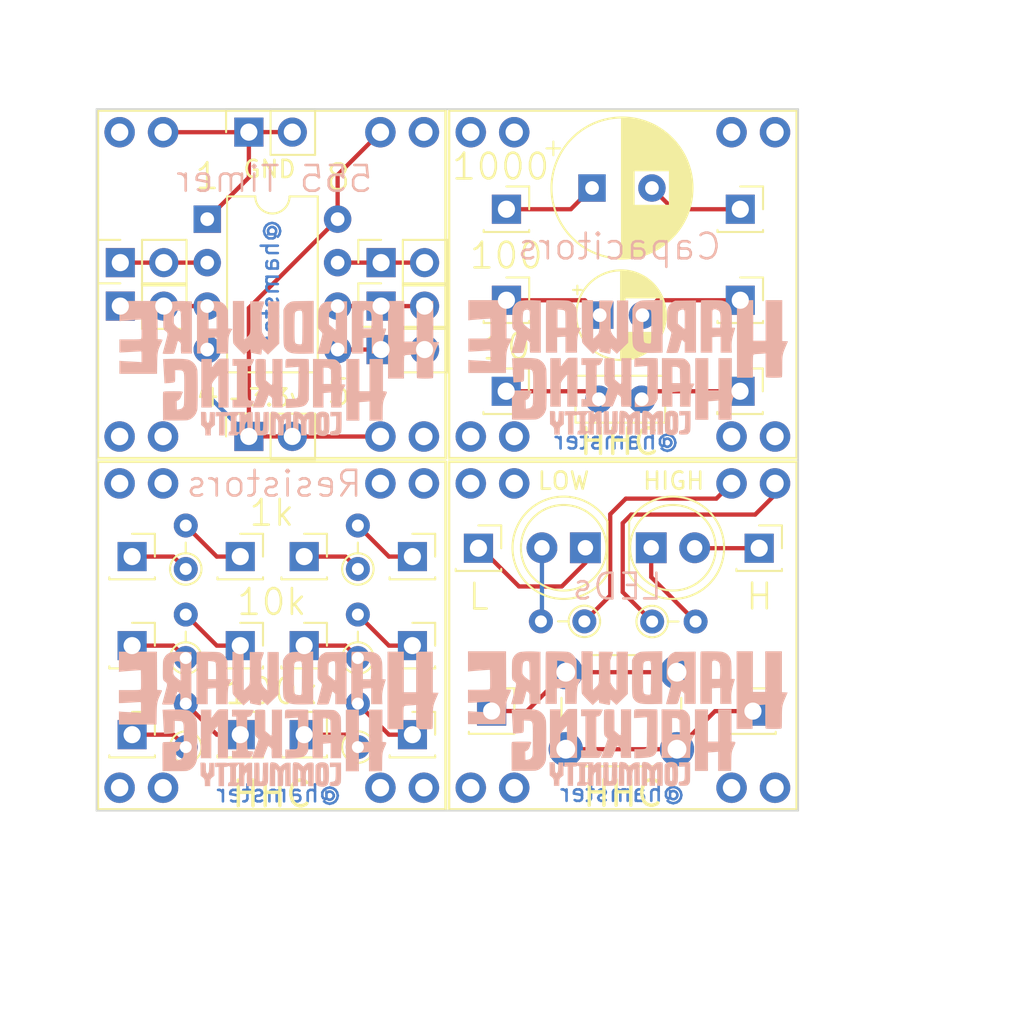
<source format=kicad_pcb>
(kicad_pcb (version 20211014) (generator pcbnew)
  (title_block (title "SAINTCON HHC MiniBadges 2022") (date "2022-09-26") (rev "v1.0") (company "@hamster"))
  (layers (0 "F.Cu" signal) (31 "B.Cu" signal) (34 "B.Paste" user) (35 "F.Paste" user) (36 "B.SilkS" user "B.Silkscreen") (37 "F.SilkS" user "F.Silkscreen") (38 "B.Mask" user) (39 "F.Mask" user) (44 "Edge.Cuts" user))
  (net 0 "")
  (net 1 "Net-(C1-Pad1)")
  (net 2 "Net-(C1-Pad2)")
  (net 3 "Net-(C2-Pad1)")
  (net 4 "Net-(C2-Pad2)")
  (net 5 "Net-(C3-Pad1)")
  (net 6 "Net-(C3-Pad2)")
  (net 7 "Net-(D1-Pad1)")
  (net 8 "Net-(D1-Pad2)")
  (net 9 "Net-(D2-Pad1)")
  (net 10 "Net-(D2-Pad2)")
  (net 11 "Net-(J1-Pad1)")
  (net 12 "Net-(J2-Pad1)")
  (net 13 "Net-(J3-Pad1)")
  (net 14 "Net-(J4-Pad1)")
  (net 15 "Net-(J5-Pad1)")
  (net 16 "Net-(J12-Pad1)")
  (net 17 "Net-(J13-Pad1)")
  (net 18 "Net-(J14-Pad1)")
  (net 19 "Net-(J15-Pad1)")
  (net 20 "Net-(J16-Pad1)")
  (net 21 "Net-(J17-Pad1)")
  (net 22 "Net-(J18-Pad1)")
  (net 23 "Net-(J19-Pad1)")
  (net 24 "Net-(J20-Pad1)")
  (net 25 "Net-(J21-Pad1)")
  (net 26 "Net-(J22-Pad1)")
  (net 27 "Net-(J23-Pad1)")
  (net 28 "Net-(J24-Pad1)")
  (net 29 "Net-(J25-Pad1)")
  (net 30 "+3.3V")
  (net 31 "GND")
  (footprint "Capacitor_THT:C_Disc_D5.0mm_W2.5mm_P2.50mm" (layer "F.Cu") (at 147.41 81.41)
    (fp_text reference "C3" hide)
    (fp_text value "10uF")
    (pad "1" thru_hole circle (at 0 0) (size 1.6 1.6) (drill 0.8) (layers *.Cu *.Mask) (net 5 "Net-(C3-Pad1)"))
    (pad "2" thru_hole circle (at 2.5 0) (size 1.6 1.6) (drill 0.8) (layers *.Cu *.Mask) (net 6 "Net-(C3-Pad2)"))
  )
  (footprint "Resistor_THT:R_Axial_DIN0204_L3.6mm_D1.6mm_P2.54mm_Vertical" (layer "F.Cu") (at 150.52 94.4)
    (fp_text reference "R8" hide)
    (fp_text value "100R")
    (pad "1" thru_hole circle (at 0 0) (size 1.4 1.4) (drill 0.7) (layers *.Cu *.Mask) (net 31 "GND"))
    (pad "2" thru_hole oval (at 2.54 0) (size 1.4 1.4) (drill 0.7) (layers *.Cu *.Mask) (net 9 "Net-(D2-Pad1)"))
  )
  (footprint "Connector_PinSocket_2.54mm:PinSocket_1x02_P2.54mm_Vertical" (layer "F.Cu") (at 126.9525 83.585 90)
    (fp_text reference "J28" hide)
    (fp_text value "Conn_01x02_Female")
    (pad "1" thru_hole rect (at 0 0 90) (size 1.7 1.7) (drill 1) (layers *.Cu *.Mask) (net 30 "+3.3V"))
    (pad "2" thru_hole oval (at 0 2.54 90) (size 1.7 1.7) (drill 1) (layers *.Cu *.Mask) (net 30 "+3.3V"))
  )
  (footprint "Resistor_THT:R_Axial_DIN0204_L3.6mm_D1.6mm_P2.54mm_Vertical" (layer "F.Cu") (at 133.3225 96.5325 90)
    (fp_text reference "R2" hide)
    (fp_text value "10k")
    (pad "1" thru_hole circle (at 0 0 90) (size 1.4 1.4) (drill 0.7) (layers *.Cu *.Mask) (net 17 "Net-(J13-Pad1)"))
    (pad "2" thru_hole oval (at 2.54 0 90) (size 1.4 1.4) (drill 0.7) (layers *.Cu *.Mask) (net 20 "Net-(J16-Pad1)"))
  )
  (footprint "Resistor_THT:R_Axial_DIN0204_L3.6mm_D1.6mm_P2.54mm_Vertical" (layer "F.Cu") (at 123.265278 96.5325 90)
    (fp_text reference "R5" hide)
    (fp_text value "10k")
    (pad "1" thru_hole circle (at 0 0 90) (size 1.4 1.4) (drill 0.7) (layers *.Cu *.Mask) (net 23 "Net-(J19-Pad1)"))
    (pad "2" thru_hole oval (at 2.54 0 90) (size 1.4 1.4) (drill 0.7) (layers *.Cu *.Mask) (net 26 "Net-(J22-Pad1)"))
  )
  (footprint "Connector_PinSocket_2.54mm:PinSocket_1x01_P2.54mm_Vertical" (layer "F.Cu") (at 126.45 101.01)
    (fp_text reference "J21" hide)
    (fp_text value "Conn_01x01_Female")
    (pad "1" thru_hole rect (at 0 0) (size 1.7 1.7) (drill 1) (layers *.Cu *.Mask) (net 25 "Net-(J21-Pad1)"))
  )
  (footprint "Connector_PinSocket_2.54mm:PinSocket_1x01_P2.54mm_Vertical" (layer "F.Cu") (at 136.51 90.605)
    (fp_text reference "J23" hide)
    (fp_text value "Conn_01x01_Female")
    (pad "1" thru_hole rect (at 0 0) (size 1.7 1.7) (drill 1) (layers *.Cu *.Mask) (net 27 "Net-(J23-Pad1)"))
  )
  (footprint "Resistor_THT:R_Axial_DIN0204_L3.6mm_D1.6mm_P2.54mm_Vertical" (layer "F.Cu") (at 133.3225 101.735 90)
    (fp_text reference "R1" hide)
    (fp_text value "100k")
    (pad "1" thru_hole circle (at 0 0 90) (size 1.4 1.4) (drill 0.7) (layers *.Cu *.Mask) (net 16 "Net-(J12-Pad1)"))
    (pad "2" thru_hole oval (at 2.54 0 90) (size 1.4 1.4) (drill 0.7) (layers *.Cu *.Mask) (net 19 "Net-(J15-Pad1)"))
  )
  (footprint "Connector_PinSocket_2.54mm:PinSocket_1x01_P2.54mm_Vertical" (layer "F.Cu") (at 126.45 90.605)
    (fp_text reference "J17" hide)
    (fp_text value "Conn_01x01_Female")
    (pad "1" thru_hole rect (at 0 0) (size 1.7 1.7) (drill 1) (layers *.Cu *.Mask) (net 21 "Net-(J17-Pad1)"))
  )
  (footprint "Connector_PinSocket_2.54mm:PinSocket_1x01_P2.54mm_Vertical" (layer "F.Cu") (at 141.14 99.63)
    (fp_text reference "J24" hide)
    (fp_text value "Conn_01x01_Female")
    (pad "1" thru_hole rect (at 0 0) (size 1.7 1.7) (drill 1) (layers *.Cu *.Mask) (net 28 "Net-(J24-Pad1)"))
  )
  (footprint "Connector_PinSocket_2.54mm:PinSocket_1x01_P2.54mm_Vertical" (layer "F.Cu") (at 120.130278 95.8075)
    (fp_text reference "J19" hide)
    (fp_text value "Conn_01x01_Female")
    (pad "1" thru_hole rect (at 0 0) (size 1.7 1.7) (drill 1) (layers *.Cu *.Mask) (net 23 "Net-(J19-Pad1)"))
  )
  (footprint "Connector_PinSocket_2.54mm:PinSocket_1x01_P2.54mm_Vertical" (layer "F.Cu") (at 156.775 90.115)
    (fp_text reference "J27" hide)
    (fp_text value "Conn_01x01_Female")
    (pad "1" thru_hole rect (at 0 0) (size 1.7 1.7) (drill 1) (layers *.Cu *.Mask) (net 10 "Net-(D2-Pad2)"))
  )
  (footprint "Connector_PinSocket_2.54mm:PinSocket_1x02_P2.54mm_Vertical" (layer "F.Cu") (at 134.68 73.43 90)
    (fp_text reference "J4" hide)
    (fp_text value "Conn_01x02_Female")
    (pad "1" thru_hole rect (at 0 0 90) (size 1.7 1.7) (drill 1) (layers *.Cu *.Mask) (net 14 "Net-(J4-Pad1)"))
    (pad "2" thru_hole oval (at 0 2.54 90) (size 1.7 1.7) (drill 1) (layers *.Cu *.Mask) (net 14 "Net-(J4-Pad1)"))
  )
  (footprint "Capacitor_THT:CP_Radial_D5.0mm_P2.50mm" (layer "F.Cu") (at 147.454888 76.5)
    (fp_text reference "C2" hide)
    (fp_text value "100uF")
    (pad "1" thru_hole rect (at 0 0) (size 1.6 1.6) (drill 0.8) (layers *.Cu *.Mask) (net 3 "Net-(C2-Pad1)"))
    (pad "2" thru_hole circle (at 2.5 0) (size 1.6 1.6) (drill 0.8) (layers *.Cu *.Mask) (net 4 "Net-(C2-Pad2)"))
  )
  (footprint "Connector_PinSocket_2.54mm:PinSocket_1x01_P2.54mm_Vertical" (layer "F.Cu") (at 136.51 101.01)
    (fp_text reference "J15" hide)
    (fp_text value "Conn_01x01_Female")
    (pad "1" thru_hole rect (at 0 0) (size 1.7 1.7) (drill 1) (layers *.Cu *.Mask) (net 19 "Net-(J15-Pad1)"))
  )
  (footprint "Connector_PinSocket_2.54mm:PinSocket_1x01_P2.54mm_Vertical" (layer "F.Cu") (at 141.99 80.945)
    (fp_text reference "J8" hide)
    (fp_text value "Conn_01x01_Female")
    (pad "1" thru_hole rect (at 0 0) (size 1.7 1.7) (drill 1) (layers *.Cu *.Mask) (net 5 "Net-(C3-Pad1)"))
  )
  (footprint "Connector_PinSocket_2.54mm:PinSocket_1x01_P2.54mm_Vertical" (layer "F.Cu") (at 130.185 90.605)
    (fp_text reference "J20" hide)
    (fp_text value "Conn_01x01_Female")
    (pad "1" thru_hole rect (at 0 0) (size 1.7 1.7) (drill 1) (layers *.Cu *.Mask) (net 24 "Net-(J20-Pad1)"))
  )
  (footprint "Resistor_THT:R_Axial_DIN0204_L3.6mm_D1.6mm_P2.54mm_Vertical" (layer "F.Cu") (at 133.3225 91.33 90)
    (fp_text reference "R6" hide)
    (fp_text value "1k")
    (pad "1" thru_hole circle (at 0 0 90) (size 1.4 1.4) (drill 0.7) (layers *.Cu *.Mask) (net 24 "Net-(J20-Pad1)"))
    (pad "2" thru_hole oval (at 2.54 0 90) (size 1.4 1.4) (drill 0.7) (layers *.Cu *.Mask) (net 27 "Net-(J23-Pad1)"))
  )
  (footprint "Resistor_THT:R_Axial_DIN0204_L3.6mm_D1.6mm_P2.54mm_Vertical" (layer "F.Cu") (at 146.56 94.39 180)
    (fp_text reference "R7" hide)
    (fp_text value "100R")
    (pad "1" thru_hole circle (at 0 0 180) (size 1.4 1.4) (drill 0.7) (layers *.Cu *.Mask) (net 30 "+3.3V"))
    (pad "2" thru_hole oval (at 2.54 0 180) (size 1.4 1.4) (drill 0.7) (layers *.Cu *.Mask) (net 8 "Net-(D1-Pad2)"))
  )
  (footprint "Connector_PinSocket_2.54mm:PinSocket_1x02_P2.54mm_Vertical" (layer "F.Cu") (at 134.68 78.51 90)
    (fp_text reference "J2" hide)
    (fp_text value "Conn_01x02_Female")
    (pad "1" thru_hole rect (at 0 0 90) (size 1.7 1.7) (drill 1) (layers *.Cu *.Mask) (net 12 "Net-(J2-Pad1)"))
    (pad "2" thru_hole oval (at 0 2.54 90) (size 1.7 1.7) (drill 1) (layers *.Cu *.Mask) (net 12 "Net-(J2-Pad1)"))
  )
  (footprint "Connector_PinSocket_2.54mm:PinSocket_1x01_P2.54mm_Vertical" (layer "F.Cu") (at 155.655 80.945)
    (fp_text reference "J11" hide)
    (fp_text value "Conn_01x01_Female")
    (pad "1" thru_hole rect (at 0 0) (size 1.7 1.7) (drill 1) (layers *.Cu *.Mask) (net 6 "Net-(C3-Pad2)"))
  )
  (footprint "Connector_PinSocket_2.54mm:PinSocket_1x01_P2.54mm_Vertical" (layer "F.Cu") (at 136.51 95.8075)
    (fp_text reference "J16" hide)
    (fp_text value "Conn_01x01_Female")
    (pad "1" thru_hole rect (at 0 0) (size 1.7 1.7) (drill 1) (layers *.Cu *.Mask) (net 20 "Net-(J16-Pad1)"))
  )
  (footprint "minibadge_kicad:SAINTCON-Minibadge-PowerOnly-Silk" (layer "F.Cu") (at 118.13 85.06)
    (fp_text reference "U4" hide)
    (fp_text value "SAINTCON-Minibadge")
    (pad "1" thru_hole circle locked (at 1.27 1.27 90) (size 1.778 1.778) (drill 1.016) (layers *.Cu *.Mask))
    (pad "2" thru_hole circle locked (at 3.81 1.27 90) (size 1.778 1.778) (drill 1.016) (layers *.Cu *.Mask))
    (pad "7" thru_hole circle locked (at 16.51 1.27 90) (size 1.778 1.778) (drill 1.016) (layers *.Cu *.Mask))
    (pad "8" thru_hole circle locked (at 19.05 1.27 90) (size 1.778 1.778) (drill 1.016) (layers *.Cu *.Mask))
    (pad "9" thru_hole circle locked (at 1.27 19.05 90) (size 1.778 1.778) (drill 1.016) (layers *.Cu *.Mask))
    (pad "10" thru_hole circle locked (at 3.81 19.05 90) (size 1.778 1.778) (drill 1.016) (layers *.Cu *.Mask))
    (pad "15" thru_hole circle locked (at 16.51 19.05 90) (size 1.778 1.778) (drill 1.016) (layers *.Cu *.Mask))
    (pad "16" thru_hole circle locked (at 19.05 19.05 90) (size 1.778 1.778) (drill 1.016) (layers *.Cu *.Mask))
  )
  (footprint "minibadge_kicad:SAINTCON-Minibadge-PowerOnly-Silk" (layer "F.Cu") (at 138.65 85.06)
    (fp_text reference "U3" hide)
    (fp_text value "SAINTCON-Minibadge")
    (pad "1" thru_hole circle locked (at 1.27 1.27 90) (size 1.778 1.778) (drill 1.016) (layers *.Cu *.Mask))
    (pad "2" thru_hole circle locked (at 3.81 1.27 90) (size 1.778 1.778) (drill 1.016) (layers *.Cu *.Mask))
    (pad "7" thru_hole circle locked (at 16.51 1.27 90) (size 1.778 1.778) (drill 1.016) (layers *.Cu *.Mask) (net 30 "+3.3V"))
    (pad "8" thru_hole circle locked (at 19.05 1.27 90) (size 1.778 1.778) (drill 1.016) (layers *.Cu *.Mask) (net 31 "GND"))
    (pad "9" thru_hole circle locked (at 1.27 19.05 90) (size 1.778 1.778) (drill 1.016) (layers *.Cu *.Mask))
    (pad "10" thru_hole circle locked (at 3.81 19.05 90) (size 1.778 1.778) (drill 1.016) (layers *.Cu *.Mask))
    (pad "15" thru_hole circle locked (at 16.51 19.05 90) (size 1.778 1.778) (drill 1.016) (layers *.Cu *.Mask))
    (pad "16" thru_hole circle locked (at 19.05 19.05 90) (size 1.778 1.778) (drill 1.016) (layers *.Cu *.Mask))
  )
  (footprint "LED_THT:LED_D5.0mm" (layer "F.Cu") (at 146.62 90.09 180)
    (fp_text reference "D1" hide)
    (fp_text value "LED")
    (pad "1" thru_hole rect (at 0 0 180) (size 1.8 1.8) (drill 0.9) (layers *.Cu *.Mask) (net 7 "Net-(D1-Pad1)"))
    (pad "2" thru_hole circle (at 2.54 0 180) (size 1.8 1.8) (drill 0.9) (layers *.Cu *.Mask) (net 8 "Net-(D1-Pad2)"))
  )
  (footprint "Resistor_THT:R_Axial_DIN0204_L3.6mm_D1.6mm_P2.54mm_Vertical" (layer "F.Cu") (at 123.265278 91.33 90)
    (fp_text reference "R3" hide)
    (fp_text value "1k")
    (pad "1" thru_hole circle (at 0 0 90) (size 1.4 1.4) (drill 0.7) (layers *.Cu *.Mask) (net 18 "Net-(J14-Pad1)"))
    (pad "2" thru_hole oval (at 2.54 0 90) (size 1.4 1.4) (drill 0.7) (layers *.Cu *.Mask) (net 21 "Net-(J17-Pad1)"))
  )
  (footprint "Connector_PinSocket_2.54mm:PinSocket_1x01_P2.54mm_Vertical" (layer "F.Cu") (at 142.005 75.6275)
    (fp_text reference "J7" hide)
    (fp_text value "Conn_01x01_Female")
    (pad "1" thru_hole rect (at 0 0) (size 1.7 1.7) (drill 1) (layers *.Cu *.Mask) (net 3 "Net-(C2-Pad1)"))
  )
  (footprint "Connector_PinSocket_2.54mm:PinSocket_1x01_P2.54mm_Vertical" (layer "F.Cu") (at 120.130278 101.01)
    (fp_text reference "J18" hide)
    (fp_text value "Conn_01x01_Female")
    (pad "1" thru_hole rect (at 0 0) (size 1.7 1.7) (drill 1) (layers *.Cu *.Mask) (net 22 "Net-(J18-Pad1)"))
  )
  (footprint "Button_Switch_THT:SW_PUSH_6mm_H7.3mm" (layer "F.Cu") (at 145.4725 97.36)
    (fp_text reference "SW1" hide)
    (fp_text value "SW_Push")
    (pad "1" thru_hole circle (at 6.5 0 90) (size 2 2) (drill 1.1) (layers *.Cu *.Mask) (net 28 "Net-(J24-Pad1)"))
    (pad "1" thru_hole circle (at 0 0 90) (size 2 2) (drill 1.1) (layers *.Cu *.Mask) (net 28 "Net-(J24-Pad1)"))
    (pad "2" thru_hole circle (at 6.5 4.5 90) (size 2 2) (drill 1.1) (layers *.Cu *.Mask) (net 29 "Net-(J25-Pad1)"))
    (pad "2" thru_hole circle (at 0 4.5 90) (size 2 2) (drill 1.1) (layers *.Cu *.Mask) (net 29 "Net-(J25-Pad1)"))
  )
  (footprint "Connector_PinSocket_2.54mm:PinSocket_1x01_P2.54mm_Vertical" (layer "F.Cu") (at 130.185 95.8075)
    (fp_text reference "J13" hide)
    (fp_text value "Conn_01x01_Female")
    (pad "1" thru_hole rect (at 0 0) (size 1.7 1.7) (drill 1) (layers *.Cu *.Mask) (net 17 "Net-(J13-Pad1)"))
  )
  (footprint "minibadge_kicad:SAINTCON-Minibadge-PowerOnly-Silk" (layer "F.Cu") (at 138.65 64.54)
    (fp_text reference "U5" hide)
    (fp_text value "SAINTCON-Minibadge")
    (pad "1" thru_hole circle locked (at 1.27 1.27 90) (size 1.778 1.778) (drill 1.016) (layers *.Cu *.Mask))
    (pad "2" thru_hole circle locked (at 3.81 1.27 90) (size 1.778 1.778) (drill 1.016) (layers *.Cu *.Mask))
    (pad "7" thru_hole circle locked (at 16.51 1.27 90) (size 1.778 1.778) (drill 1.016) (layers *.Cu *.Mask))
    (pad "8" thru_hole circle locked (at 19.05 1.27 90) (size 1.778 1.778) (drill 1.016) (layers *.Cu *.Mask))
    (pad "9" thru_hole circle locked (at 1.27 19.05 90) (size 1.778 1.778) (drill 1.016) (layers *.Cu *.Mask))
    (pad "10" thru_hole circle locked (at 3.81 19.05 90) (size 1.778 1.778) (drill 1.016) (layers *.Cu *.Mask))
    (pad "15" thru_hole circle locked (at 16.51 19.05 90) (size 1.778 1.778) (drill 1.016) (layers *.Cu *.Mask))
    (pad "16" thru_hole circle locked (at 19.05 19.05 90) (size 1.778 1.778) (drill 1.016) (layers *.Cu *.Mask))
  )
  (footprint "Connector_PinSocket_2.54mm:PinSocket_1x01_P2.54mm_Vertical" (layer "F.Cu") (at 142.005 70.31)
    (fp_text reference "J6" hide)
    (fp_text value "Conn_01x01_Female")
    (pad "1" thru_hole rect (at 0 0) (size 1.7 1.7) (drill 1) (layers *.Cu *.Mask) (net 1 "Net-(C1-Pad1)"))
  )
  (footprint "Connector_PinSocket_2.54mm:PinSocket_1x01_P2.54mm_Vertical" (layer "F.Cu") (at 126.45 95.8075)
    (fp_text reference "J22" hide)
    (fp_text value "Conn_01x01_Female")
    (pad "1" thru_hole rect (at 0 0) (size 1.7 1.7) (drill 1) (layers *.Cu *.Mask) (net 26 "Net-(J22-Pad1)"))
  )
  (footprint "minibadge_kicad:SAINTCON-Minibadge-PowerOnly-Silk" (layer "F.Cu") (at 118.13 64.54)
    (fp_text reference "U2" hide)
    (fp_text value "SAINTCON-Minibadge")
    (pad "1" thru_hole circle locked (at 1.27 1.27 90) (size 1.778 1.778) (drill 1.016) (layers *.Cu *.Mask))
    (pad "2" thru_hole circle locked (at 3.81 1.27 90) (size 1.778 1.778) (drill 1.016) (layers *.Cu *.Mask) (net 31 "GND"))
    (pad "7" thru_hole circle locked (at 16.51 1.27 90) (size 1.778 1.778) (drill 1.016) (layers *.Cu *.Mask) (net 30 "+3.3V"))
    (pad "8" thru_hole circle locked (at 19.05 1.27 90) (size 1.778 1.778) (drill 1.016) (layers *.Cu *.Mask))
    (pad "9" thru_hole circle locked (at 1.27 19.05 90) (size 1.778 1.778) (drill 1.016) (layers *.Cu *.Mask))
    (pad "10" thru_hole circle locked (at 3.81 19.05 90) (size 1.778 1.778) (drill 1.016) (layers *.Cu *.Mask))
    (pad "15" thru_hole circle locked (at 16.51 19.05 90) (size 1.778 1.778) (drill 1.016) (layers *.Cu *.Mask) (net 30 "+3.3V"))
    (pad "16" thru_hole circle locked (at 19.05 19.05 90) (size 1.778 1.778) (drill 1.016) (layers *.Cu *.Mask))
  )
  (footprint "Connector_PinSocket_2.54mm:PinSocket_1x02_P2.54mm_Vertical" (layer "F.Cu") (at 119.44 75.97 90)
    (fp_text reference "J3" hide)
    (fp_text value "Conn_01x02_Female")
    (pad "1" thru_hole rect (at 0 0 90) (size 1.7 1.7) (drill 1) (layers *.Cu *.Mask) (net 13 "Net-(J3-Pad1)"))
    (pad "2" thru_hole oval (at 0 2.54 90) (size 1.7 1.7) (drill 1) (layers *.Cu *.Mask) (net 13 "Net-(J3-Pad1)"))
  )
  (footprint "Connector_PinSocket_2.54mm:PinSocket_1x01_P2.54mm_Vertical" (layer "F.Cu") (at 140.37 90.115)
    (fp_text reference "J26" hide)
    (fp_text value "Conn_01x01_Female")
    (pad "1" thru_hole rect (at 0 0) (size 1.7 1.7) (drill 1) (layers *.Cu *.Mask) (net 7 "Net-(D1-Pad1)"))
  )
  (footprint "LED_THT:LED_D5.0mm" (layer "F.Cu") (at 150.465 90.09)
    (fp_text reference "D2" hide)
    (fp_text value "LED")
    (pad "1" thru_hole rect (at 0 0) (size 1.8 1.8) (drill 0.9) (layers *.Cu *.Mask) (net 9 "Net-(D2-Pad1)"))
    (pad "2" thru_hole circle (at 2.54 0) (size 1.8 1.8) (drill 0.9) (layers *.Cu *.Mask) (net 10 "Net-(D2-Pad2)"))
  )
  (footprint "Capacitor_THT:CP_Radial_D8.0mm_P3.50mm" (layer "F.Cu") (at 147.007349 69.07)
    (fp_text reference "C1" hide)
    (fp_text value "1000uF")
    (pad "1" thru_hole rect (at 0 0) (size 1.6 1.6) (drill 0.8) (layers *.Cu *.Mask) (net 1 "Net-(C1-Pad1)"))
    (pad "2" thru_hole circle (at 3.5 0) (size 1.6 1.6) (drill 0.8) (layers *.Cu *.Mask) (net 2 "Net-(C1-Pad2)"))
  )
  (footprint "Resistor_THT:R_Axial_DIN0204_L3.6mm_D1.6mm_P2.54mm_Vertical" (layer "F.Cu") (at 123.265278 101.735 90)
    (fp_text reference "R4" hide)
    (fp_text value "100k")
    (pad "1" thru_hole circle (at 0 0 90) (size 1.4 1.4) (drill 0.7) (layers *.Cu *.Mask) (net 22 "Net-(J18-Pad1)"))
    (pad "2" thru_hole oval (at 2.54 0 90) (size 1.4 1.4) (drill 0.7) (layers *.Cu *.Mask) (net 25 "Net-(J21-Pad1)"))
  )
  (footprint "Connector_PinSocket_2.54mm:PinSocket_1x02_P2.54mm_Vertical" (layer "F.Cu") (at 134.68 75.97 90)
    (fp_text reference "J5" hide)
    (fp_text value "Conn_01x02_Female")
    (pad "1" thru_hole rect (at 0 0 90) (size 1.7 1.7) (drill 1) (layers *.Cu *.Mask) (net 15 "Net-(J5-Pad1)"))
    (pad "2" thru_hole oval (at 0 2.54 90) (size 1.7 1.7) (drill 1) (layers *.Cu *.Mask) (net 15 "Net-(J5-Pad1)"))
  )
  (footprint "Connector_PinSocket_2.54mm:PinSocket_1x02_P2.54mm_Vertical" (layer "F.Cu") (at 119.44 73.43 90)
    (fp_text reference "J1" hide)
    (fp_text value "Conn_01x02_Female")
    (pad "1" thru_hole rect (at 0 0 90) (size 1.7 1.7) (drill 1) (layers *.Cu *.Mask) (net 11 "Net-(J1-Pad1)"))
    (pad "2" thru_hole oval (at 0 2.54 90) (size 1.7 1.7) (drill 1) (layers *.Cu *.Mask) (net 11 "Net-(J1-Pad1)"))
  )
  (footprint "Connector_PinSocket_2.54mm:PinSocket_1x01_P2.54mm_Vertical" (layer "F.Cu") (at 155.67 70.31)
    (fp_text reference "J9" hide)
    (fp_text value "Conn_01x01_Female")
    (pad "1" thru_hole rect (at 0 0) (size 1.7 1.7) (drill 1) (layers *.Cu *.Mask) (net 2 "Net-(C1-Pad2)"))
  )
  (footprint "Connector_PinSocket_2.54mm:PinSocket_1x02_P2.54mm_Vertical" (layer "F.Cu") (at 126.9525 65.805 90)
    (fp_text reference "J29" hide)
    (fp_text value "Conn_01x02_Female")
    (pad "1" thru_hole rect (at 0 0 90) (size 1.7 1.7) (drill 1) (layers *.Cu *.Mask) (net 31 "GND"))
    (pad "2" thru_hole oval (at 0 2.54 90) (size 1.7 1.7) (drill 1) (layers *.Cu *.Mask) (net 31 "GND"))
  )
  (footprint "Package_DIP:DIP-8_W7.62mm" (layer "F.Cu") (at 124.52 70.89)
    (fp_text reference "U1" hide)
    (fp_text value "NE555P")
    (pad "1" thru_hole rect (at 0 0) (size 1.6 1.6) (drill 0.8) (layers *.Cu *.Mask) (net 31 "GND"))
    (pad "2" thru_hole oval (at 0 2.54) (size 1.6 1.6) (drill 0.8) (layers *.Cu *.Mask) (net 11 "Net-(J1-Pad1)"))
    (pad "3" thru_hole oval (at 0 5.08) (size 1.6 1.6) (drill 0.8) (layers *.Cu *.Mask) (net 13 "Net-(J3-Pad1)"))
    (pad "4" thru_hole oval (at 0 7.62) (size 1.6 1.6) (drill 0.8) (layers *.Cu *.Mask) (net 30 "+3.3V"))
    (pad "5" thru_hole oval (at 7.62 7.62) (size 1.6 1.6) (drill 0.8) (layers *.Cu *.Mask) (net 12 "Net-(J2-Pad1)"))
    (pad "6" thru_hole oval (at 7.62 5.08) (size 1.6 1.6) (drill 0.8) (layers *.Cu *.Mask) (net 15 "Net-(J5-Pad1)"))
    (pad "7" thru_hole oval (at 7.62 2.54) (size 1.6 1.6) (drill 0.8) (layers *.Cu *.Mask) (net 14 "Net-(J4-Pad1)"))
    (pad "8" thru_hole oval (at 7.62 0) (size 1.6 1.6) (drill 0.8) (layers *.Cu *.Mask) (net 30 "+3.3V"))
  )
  (footprint "Connector_PinSocket_2.54mm:PinSocket_1x01_P2.54mm_Vertical" (layer "F.Cu") (at 155.67 75.6275)
    (fp_text reference "J10" hide)
    (fp_text value "Conn_01x01_Female")
    (pad "1" thru_hole rect (at 0 0) (size 1.7 1.7) (drill 1) (layers *.Cu *.Mask) (net 4 "Net-(C2-Pad2)"))
  )
  (footprint "Connector_PinSocket_2.54mm:PinSocket_1x01_P2.54mm_Vertical" (layer "F.Cu") (at 130.185 101.01)
    (fp_text reference "J12" hide)
    (fp_text value "Conn_01x01_Female")
    (pad "1" thru_hole rect (at 0 0) (size 1.7 1.7) (drill 1) (layers *.Cu *.Mask) (net 16 "Net-(J12-Pad1)"))
  )
  (footprint "Connector_PinSocket_2.54mm:PinSocket_1x01_P2.54mm_Vertical" (layer "F.Cu") (at 120.130278 90.605)
    (fp_text reference "J14" hide)
    (fp_text value "Conn_01x01_Female")
    (pad "1" thru_hole rect (at 0 0) (size 1.7 1.7) (drill 1) (layers *.Cu *.Mask) (net 18 "Net-(J14-Pad1)"))
  )
  (footprint "Connector_PinSocket_2.54mm:PinSocket_1x01_P2.54mm_Vertical" (layer "F.Cu") (at 156.41 99.635)
    (fp_text reference "J25" hide)
    (fp_text value "Conn_01x01_Female")
    (pad "1" thru_hole rect (at 0 0) (size 1.7 1.7) (drill 1) (layers *.Cu *.Mask) (net 29 "Net-(J25-Pad1)"))
  )
  (footprint "hhc:hhc-silk" (layer "B.Cu") (at 149.1 100.08 180)
    (fp_text reference "G***" hide)
    (fp_text value "LOGO" hide)
  )
  (footprint "hhc:hhc-silk" (layer "B.Cu") (at 149.12 79.56 180)
    (fp_text reference "G***" hide)
    (fp_text value "LOGO" hide)
  )
  (footprint "hhc:hhc-silk" (layer "B.Cu") (at 128.7 100.1 180)
    (fp_text reference "G***" hide)
    (fp_text value "LOGO" hide)
  )
  (footprint "hhc:hhc-silk" (layer "B.Cu") (at 128.73 79.61 180)
    (fp_text reference "G***" hide)
    (fp_text value "LOGO" hide)
  )
  (gr_line (start 159.05 64.46) (end 159.05 105.45) (layer "Edge.Cuts") (width 0.1))
  (gr_line (start 118.05 105.45) (end 118.05 64.46) (layer "Edge.Cuts") (width 0.1))
  (gr_line (start 159.05 105.45) (end 118.05 105.45) (layer "Edge.Cuts") (width 0.1))
  (gr_line (start 118.05 64.46) (end 159.05 64.46) (layer "Edge.Cuts") (width 0.1))
  (gr_text "@hamster" (at 148.43 83.83) (layer "B.Cu") (effects (font (size 1 1)) (justify mirror)))
  (gr_text "@hamster" (at 128.19 74.56 90) (layer "B.Cu") (effects (font (size 1 1)) (justify mirror)))
  (gr_text "@hamster" (at 148.78 104.42) (layer "B.Cu") (effects (font (size 1 1)) (justify mirror)))
  (gr_text "@hamster" (at 128.7 104.45) (layer "B.Cu") (effects (font (size 1 1)) (justify mirror)))
  (gr_text "555 Timer" (at 128.44 68.54) (layer "B.SilkS") (effects (font (size 1.5 1.5)) (justify mirror)))
  (gr_text "Capacitors" (at 148.6 72.49) (layer "B.SilkS") (effects (font (size 1.5 1.5)) (justify mirror)))
  (gr_text "LEDs" (at 148.48 92.36) (layer "B.SilkS") (effects (font (size 1.5 1.5)) (justify mirror)))
  (gr_text "Resistors" (at 128.43 86.35) (layer "B.SilkS") (effects (font (size 1.5 1.5)) (justify mirror)))
  (gr_text "8" (at 132.18 68.45) (layer "F.SilkS") (effects (font (size 1.5 1.5))))
  (gr_text "GND" (at 128.16 67.97) (layer "F.SilkS") (effects (font (size 1 1))))
  (gr_text "100" (at 142 73.02) (layer "F.SilkS") (effects (font (size 1.5 1.5))))
  (gr_text "5" (at 132.2 81.01) (layer "F.SilkS") (effects (font (size 1.5 1.5))))
  (gr_text "LOW" (at 145.34 86.18) (layer "F.SilkS") (effects (font (size 1 1))))
  (gr_text "HHC" (at 128.3 104.48) (layer "F.SilkS") (effects (font (size 1.5 1.5) (thickness 0.2))))
  (gr_text "4" (at 124.54 81.08) (layer "F.SilkS") (effects (font (size 1.5 1.5))))
  (gr_text "1000" (at 141.67 67.82) (layer "F.SilkS") (effects (font (size 1.5 1.5))))
  (gr_text "10k" (at 128.29 93.26) (layer "F.SilkS") (effects (font (size 1.5 1.5))))
  (gr_text "+3.3v" (at 127.9 81.32) (layer "F.SilkS") (effects (font (size 1 1))))
  (gr_text "L" (at 140.38 92.95) (layer "F.SilkS") (effects (font (size 1.5 1.5))))
  (gr_text "HHC" (at 148.61 83.9) (layer "F.SilkS") (effects (font (size 1.5 1.5) (thickness 0.2))))
  (gr_text "HIGH" (at 151.78 86.18) (layer "F.SilkS") (effects (font (size 1 1))))
  (gr_text "100k" (at 128.29 98.47) (layer "F.SilkS") (effects (font (size 1.5 1.5))))
  (gr_text "1k" (at 128.29 88.05) (layer "F.SilkS") (effects (font (size 1.5 1.5))))
  (gr_text "HHC" (at 148.81 104.45) (layer "F.SilkS") (effects (font (size 1.5 1.5) (thickness 0.2))))
  (gr_text "H" (at 156.79 92.94) (layer "F.SilkS") (effects (font (size 1.5 1.5))))
  (gr_text "1" (at 124.52 68.38) (layer "F.SilkS") (effects (font (size 1.5 1.5))))
  (gr_text "10" (at 142.01 78.33) (layer "F.SilkS") (effects (font (size 1.5 1.5))))
  (segment (start 142.005 70.31) (end 145.767349 70.31) (width 0.25) (layer "F.Cu") (net 1))
  (segment (start 145.767349 70.31) (end 147.007349 69.07) (width 0.25) (layer "F.Cu") (net 1))
  (segment (start 155.67 70.31) (end 151.747349 70.31) (width 0.25) (layer "F.Cu") (net 2))
  (segment (start 151.747349 70.31) (end 150.507349 69.07) (width 0.25) (layer "F.Cu") (net 2))
  (segment (start 146.582388 75.6275) (end 147.454888 76.5) (width 0.25) (layer "F.Cu") (net 3))
  (segment (start 142.005 75.6275) (end 146.582388 75.6275) (width 0.25) (layer "F.Cu") (net 3))
  (segment (start 155.67 75.6275) (end 150.827388 75.6275) (width 0.25) (layer "F.Cu") (net 4))
  (segment (start 150.827388 75.6275) (end 149.954888 76.5) (width 0.25) (layer "F.Cu") (net 4))
  (segment (start 146.945 80.945) (end 147.41 81.41) (width 0.25) (layer "F.Cu") (net 5))
  (segment (start 141.99 80.945) (end 146.945 80.945) (width 0.25) (layer "F.Cu") (net 5))
  (segment (start 150.375 80.945) (end 149.91 81.41) (width 0.25) (layer "F.Cu") (net 6))
  (segment (start 155.655 80.945) (end 150.375 80.945) (width 0.25) (layer "F.Cu") (net 6))
  (segment (start 140.37 90.115) (end 140.505 90.115) (width 0.25) (layer "F.Cu") (net 7))
  (segment (start 140.505 90.115) (end 142.74 92.35) (width 0.25) (layer "F.Cu") (net 7))
  (segment (start 142.74 92.35) (end 145.24 92.35) (width 0.25) (layer "F.Cu") (net 7))
  (segment (start 146.62 90.97) (end 146.62 90.09) (width 0.25) (layer "F.Cu") (net 7))
  (segment (start 145.24 92.35) (end 146.62 90.97) (width 0.25) (layer "F.Cu") (net 7))
  (segment (start 144.08 94.33) (end 144.02 94.39) (width 0.25) (layer "B.Cu") (net 8))
  (segment (start 144.08 90.09) (end 144.08 94.33) (width 0.25) (layer "B.Cu") (net 8))
  (segment (start 150.465 90.09) (end 150.465 91.805) (width 0.25) (layer "F.Cu") (net 9))
  (segment (start 150.465 91.805) (end 153.06 94.4) (width 0.25) (layer "F.Cu") (net 9))
  (segment (start 153.03 90.115) (end 153.005 90.09) (width 0.25) (layer "F.Cu") (net 10))
  (segment (start 156.775 90.115) (end 153.03 90.115) (width 0.25) (layer "F.Cu") (net 10))
  (segment (start 119.44 73.43) (end 121.98 73.43) (width 0.25) (layer "F.Cu") (net 11))
  (segment (start 121.98 73.43) (end 124.52 73.43) (width 0.25) (layer "F.Cu") (net 11))
  (segment (start 132.14 78.51) (end 134.68 78.51) (width 0.25) (layer "F.Cu") (net 12))
  (segment (start 134.68 78.51) (end 137.22 78.51) (width 0.25) (layer "F.Cu") (net 12))
  (segment (start 124.52 75.97) (end 121.98 75.97) (width 0.25) (layer "F.Cu") (net 13))
  (segment (start 121.98 75.97) (end 119.44 75.97) (width 0.25) (layer "F.Cu") (net 13))
  (segment (start 132.14 73.43) (end 134.68 73.43) (width 0.25) (layer "F.Cu") (net 14))
  (segment (start 134.68 73.43) (end 137.22 73.43) (width 0.25) (layer "F.Cu") (net 14))
  (segment (start 132.14 75.97) (end 134.68 75.97) (width 0.25) (layer "F.Cu") (net 15))
  (segment (start 134.68 75.97) (end 137.22 75.97) (width 0.25) (layer "F.Cu") (net 15))
  (segment (start 132.5975 101.01) (end 133.3225 101.735) (width 0.25) (layer "F.Cu") (net 16))
  (segment (start 130.185 101.01) (end 132.5975 101.01) (width 0.25) (layer "F.Cu") (net 16))
  (segment (start 132.5975 95.8075) (end 133.3225 96.5325) (width 0.25) (layer "F.Cu") (net 17))
  (segment (start 130.185 95.8075) (end 132.5975 95.8075) (width 0.25) (layer "F.Cu") (net 17))
  (segment (start 122.540278 90.605) (end 123.265278 91.33) (width 0.25) (layer "F.Cu") (net 18))
  (segment (start 120.130278 90.605) (end 122.540278 90.605) (width 0.25) (layer "F.Cu") (net 18))
  (segment (start 135.1375 101.01) (end 136.51 101.01) (width 0.25) (layer "F.Cu") (net 19))
  (segment (start 133.3225 99.195) (end 135.1375 101.01) (width 0.25) (layer "F.Cu") (net 19))
  (segment (start 133.3225 93.9925) (end 135.1375 95.8075) (width 0.25) (layer "F.Cu") (net 20))
  (segment (start 135.1375 95.8075) (end 136.51 95.8075) (width 0.25) (layer "F.Cu") (net 20))
  (segment (start 125.080278 90.605) (end 126.45 90.605) (width 0.25) (layer "F.Cu") (net 21))
  (segment (start 123.265278 88.79) (end 125.080278 90.605) (width 0.25) (layer "F.Cu") (net 21))
  (segment (start 120.130278 101.01) (end 122.540278 101.01) (width 0.25) (layer "F.Cu") (net 22))
  (segment (start 122.540278 101.01) (end 123.265278 101.735) (width 0.25) (layer "F.Cu") (net 22))
  (segment (start 120.130278 95.8075) (end 122.540278 95.8075) (width 0.25) (layer "F.Cu") (net 23))
  (segment (start 122.540278 95.8075) (end 123.265278 96.5325) (width 0.25) (layer "F.Cu") (net 23))
  (segment (start 130.185 90.605) (end 132.5975 90.605) (width 0.25) (layer "F.Cu") (net 24))
  (segment (start 132.5975 90.605) (end 133.3225 91.33) (width 0.25) (layer "F.Cu") (net 24))
  (segment (start 123.265278 99.195) (end 125.080278 101.01) (width 0.25) (layer "F.Cu") (net 25))
  (segment (start 125.080278 101.01) (end 126.45 101.01) (width 0.25) (layer "F.Cu") (net 25))
  (segment (start 123.265278 93.9925) (end 125.080278 95.8075) (width 0.25) (layer "F.Cu") (net 26))
  (segment (start 125.080278 95.8075) (end 126.45 95.8075) (width 0.25) (layer "F.Cu") (net 26))
  (segment (start 135.1375 90.605) (end 136.51 90.605) (width 0.25) (layer "F.Cu") (net 27))
  (segment (start 133.3225 88.79) (end 135.1375 90.605) (width 0.25) (layer "F.Cu") (net 27))
  (segment (start 145.4725 97.36) (end 151.9725 97.36) (width 0.25) (layer "F.Cu") (net 28))
  (segment (start 143.2025 99.63) (end 145.4725 97.36) (width 0.25) (layer "F.Cu") (net 28))
  (segment (start 141.14 99.63) (end 143.2025 99.63) (width 0.25) (layer "F.Cu") (net 28))
  (segment (start 145.4725 101.86) (end 151.9725 101.86) (width 0.25) (layer "F.Cu") (net 29))
  (segment (start 151.9725 101.86) (end 154.1975 99.635) (width 0.25) (layer "F.Cu") (net 29))
  (segment (start 154.1975 99.635) (end 156.41 99.635) (width 0.25) (layer "F.Cu") (net 29))
  (segment (start 148.07 88.13) (end 148.07 92.88) (width 0.25) (layer "F.Cu") (net 30))
  (segment (start 148.07 92.88) (end 146.56 94.39) (width 0.25) (layer "F.Cu") (net 30))
  (segment (start 148.98 87.22) (end 148.07 88.13) (width 0.25) (layer "F.Cu") (net 30))
  (segment (start 154.27 87.22) (end 148.98 87.22) (width 0.25) (layer "F.Cu") (net 30))
  (segment (start 126.9525 76.0775) (end 126.9525 83.585) (width 0.25) (layer "F.Cu") (net 30))
  (segment (start 134.64 83.59) (end 129.4975 83.59) (width 0.25) (layer "F.Cu") (net 30))
  (segment (start 132.14 68.31) (end 132.14 70.89) (width 0.25) (layer "F.Cu") (net 30))
  (segment (start 155.16 86.33) (end 154.27 87.22) (width 0.25) (layer "F.Cu") (net 30))
  (segment (start 134.64 65.81) (end 132.14 68.31) (width 0.25) (layer "F.Cu") (net 30))
  (segment (start 132.14 70.89) (end 126.9525 76.0775) (width 0.25) (layer "F.Cu") (net 30))
  (segment (start 129.4925 83.585) (end 126.9525 83.585) (width 0.25) (layer "F.Cu") (net 30))
  (segment (start 129.4975 83.59) (end 129.4925 83.585) (width 0.25) (layer "F.Cu") (net 30))
  (segment (start 124.52 78.51) (end 124.52 81.1525) (width 0.25) (layer "B.Cu") (net 30))
  (segment (start 124.52 81.1525) (end 126.9525 83.585) (width 0.25) (layer "B.Cu") (net 30))
  (segment (start 149.3 88.15) (end 148.8 88.65) (width 0.25) (layer "F.Cu") (net 31))
  (segment (start 157.7 86.99) (end 156.54 88.15) (width 0.25) (layer "F.Cu") (net 31))
  (segment (start 148.8 92.68) (end 150.52 94.4) (width 0.25) (layer "F.Cu") (net 31))
  (segment (start 126.9475 65.81) (end 126.9525 65.805) (width 0.25) (layer "F.Cu") (net 31))
  (segment (start 126.9525 65.805) (end 129.4925 65.805) (width 0.25) (layer "F.Cu") (net 31))
  (segment (start 157.7 86.33) (end 157.7 86.99) (width 0.25) (layer "F.Cu") (net 31))
  (segment (start 148.8 88.65) (end 148.8 92.68) (width 0.25) (layer "F.Cu") (net 31))
  (segment (start 121.94 65.81) (end 126.9475 65.81) (width 0.25) (layer "F.Cu") (net 31))
  (segment (start 156.54 88.15) (end 149.3 88.15) (width 0.25) (layer "F.Cu") (net 31))
  (segment (start 126.9525 68.4575) (end 124.52 70.89) (width 0.25) (layer "F.Cu") (net 31))
  (segment (start 126.9525 65.805) (end 126.9525 68.4575) (width 0.25) (layer "F.Cu") (net 31))
)
</source>
